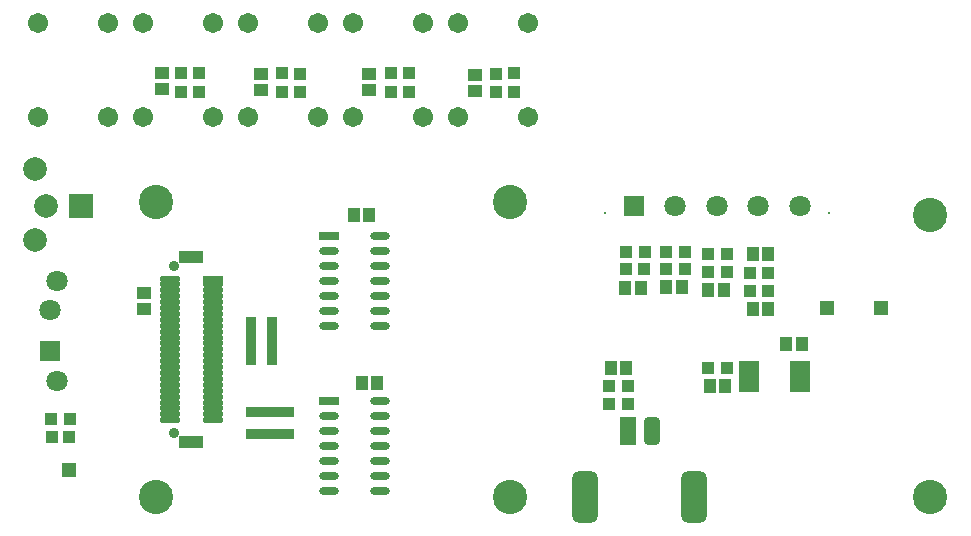
<source format=gts>
G04*
G04 #@! TF.GenerationSoftware,Altium Limited,Altium Designer,20.0.9 (164)*
G04*
G04 Layer_Color=8388736*
%FSLAX25Y25*%
%MOIN*%
G70*
G01*
G75*
%ADD33R,0.04737X0.04737*%
%ADD34R,0.04143X0.04537*%
%ADD35R,0.04147X0.04147*%
%ADD36R,0.04147X0.04147*%
%ADD37R,0.04537X0.04143*%
%ADD38R,0.06509X0.02572*%
G04:AMPARAMS|DCode=39|XSize=86.74mil|YSize=173.35mil|CornerRadius=23.68mil|HoleSize=0mil|Usage=FLASHONLY|Rotation=0.000|XOffset=0mil|YOffset=0mil|HoleType=Round|Shape=RoundedRectangle|*
%AMROUNDEDRECTD39*
21,1,0.08674,0.12598,0,0,0.0*
21,1,0.03937,0.17335,0,0,0.0*
1,1,0.04737,0.01968,-0.06299*
1,1,0.04737,-0.01968,-0.06299*
1,1,0.04737,-0.01968,0.06299*
1,1,0.04737,0.01968,0.06299*
%
%ADD39ROUNDEDRECTD39*%
%ADD40R,0.05524X0.09461*%
G04:AMPARAMS|DCode=41|XSize=55.24mil|YSize=94.61mil|CornerRadius=15.81mil|HoleSize=0mil|Usage=FLASHONLY|Rotation=0.000|XOffset=0mil|YOffset=0mil|HoleType=Round|Shape=RoundedRectangle|*
%AMROUNDEDRECTD41*
21,1,0.05524,0.06299,0,0,0.0*
21,1,0.02362,0.09461,0,0,0.0*
1,1,0.03162,0.01181,-0.03150*
1,1,0.03162,-0.01181,-0.03150*
1,1,0.03162,-0.01181,0.03150*
1,1,0.03162,0.01181,0.03150*
%
%ADD41ROUNDEDRECTD41*%
%ADD42R,0.03950X0.03950*%
%ADD43O,0.06509X0.02572*%
%ADD44R,0.02200X0.03800*%
%ADD45R,0.03800X0.02200*%
%ADD46R,0.07887X0.03950*%
%ADD47R,0.07099X0.01981*%
%ADD48O,0.07099X0.01981*%
%ADD49R,0.07887X0.07887*%
%ADD50C,0.07887*%
%ADD51R,0.07099X0.07099*%
%ADD52C,0.07099*%
%ADD53C,0.00800*%
%ADD54R,0.07099X0.07099*%
%ADD55C,0.11430*%
%ADD56C,0.06706*%
%ADD57C,0.03556*%
D33*
X287500Y75000D02*
D03*
X269500D02*
D03*
X17000Y21000D02*
D03*
D34*
X235315Y81000D02*
D03*
X230000D02*
D03*
X244685Y74575D02*
D03*
X250000D02*
D03*
X244685Y93000D02*
D03*
X250000D02*
D03*
X216000Y82000D02*
D03*
X221315D02*
D03*
X207575Y81575D02*
D03*
X202260D02*
D03*
X261315Y63000D02*
D03*
X256000D02*
D03*
X197343Y55000D02*
D03*
X202658D02*
D03*
X230343Y49000D02*
D03*
X235658D02*
D03*
X114342Y50000D02*
D03*
X119658D02*
D03*
X111685Y106000D02*
D03*
X117000D02*
D03*
D35*
X230000Y87000D02*
D03*
X236102D02*
D03*
X230000Y93000D02*
D03*
X236102D02*
D03*
X250000Y80575D02*
D03*
X243898D02*
D03*
X250000Y86575D02*
D03*
X243898D02*
D03*
X222102Y88000D02*
D03*
X216000D02*
D03*
X222051Y93500D02*
D03*
X215949D02*
D03*
X202449Y88000D02*
D03*
X208551D02*
D03*
X202575Y93575D02*
D03*
X208677D02*
D03*
X203051Y49000D02*
D03*
X196949D02*
D03*
X203051Y43000D02*
D03*
X196949D02*
D03*
X236051Y55000D02*
D03*
X229949D02*
D03*
X17051Y38000D02*
D03*
X10949D02*
D03*
D36*
X165110Y147000D02*
D03*
Y153102D02*
D03*
X159110Y146898D02*
D03*
Y153000D02*
D03*
X130110Y147000D02*
D03*
Y153102D02*
D03*
X124110Y147000D02*
D03*
Y153102D02*
D03*
X94000Y146898D02*
D03*
Y153000D02*
D03*
X88000Y147000D02*
D03*
Y153102D02*
D03*
X60047Y147000D02*
D03*
Y153102D02*
D03*
X54047Y147000D02*
D03*
Y153102D02*
D03*
D37*
X152110Y147343D02*
D03*
Y152657D02*
D03*
X117000Y147685D02*
D03*
Y153000D02*
D03*
X81000Y147685D02*
D03*
Y153000D02*
D03*
X48000Y148000D02*
D03*
Y153315D02*
D03*
X42000Y74685D02*
D03*
Y80000D02*
D03*
D38*
X260661Y48130D02*
D03*
Y50689D02*
D03*
Y53248D02*
D03*
Y55807D02*
D03*
X243339Y48130D02*
D03*
Y50689D02*
D03*
Y53248D02*
D03*
Y55807D02*
D03*
X103339Y44000D02*
D03*
Y99000D02*
D03*
D39*
X225220Y12000D02*
D03*
X189000D02*
D03*
D40*
X203173Y33968D02*
D03*
D41*
X211047D02*
D03*
D42*
X11095Y32000D02*
D03*
X17000D02*
D03*
D43*
X120662Y14000D02*
D03*
Y19000D02*
D03*
Y24000D02*
D03*
Y29000D02*
D03*
Y34000D02*
D03*
Y39000D02*
D03*
Y44000D02*
D03*
X103339Y14000D02*
D03*
Y19000D02*
D03*
Y24000D02*
D03*
Y29000D02*
D03*
Y34000D02*
D03*
Y39000D02*
D03*
X120662Y69000D02*
D03*
Y74000D02*
D03*
Y79000D02*
D03*
Y84000D02*
D03*
Y89000D02*
D03*
Y94000D02*
D03*
Y99000D02*
D03*
X103339Y69000D02*
D03*
Y74000D02*
D03*
Y79000D02*
D03*
Y84000D02*
D03*
Y89000D02*
D03*
Y94000D02*
D03*
D44*
X77000Y40300D02*
D03*
X79000D02*
D03*
X81000D02*
D03*
X83000D02*
D03*
X85000D02*
D03*
X87000D02*
D03*
X89000D02*
D03*
X91000D02*
D03*
Y33000D02*
D03*
X89000D02*
D03*
X87000D02*
D03*
X85000D02*
D03*
X83000D02*
D03*
X81000D02*
D03*
X79000D02*
D03*
X77000D02*
D03*
D45*
X77350Y57000D02*
D03*
Y59000D02*
D03*
Y61000D02*
D03*
Y63000D02*
D03*
Y65000D02*
D03*
Y67000D02*
D03*
Y69000D02*
D03*
Y71000D02*
D03*
X84650D02*
D03*
Y69000D02*
D03*
Y67000D02*
D03*
Y65000D02*
D03*
Y63000D02*
D03*
Y61000D02*
D03*
Y59000D02*
D03*
Y57000D02*
D03*
D46*
X57653Y30347D02*
D03*
Y91764D02*
D03*
D47*
X64740Y84677D02*
D03*
D48*
Y82709D02*
D03*
Y80740D02*
D03*
Y78772D02*
D03*
Y76803D02*
D03*
Y74835D02*
D03*
Y72866D02*
D03*
Y70898D02*
D03*
Y68929D02*
D03*
Y66961D02*
D03*
Y64992D02*
D03*
Y63024D02*
D03*
Y61055D02*
D03*
Y59087D02*
D03*
Y57118D02*
D03*
Y55150D02*
D03*
Y53181D02*
D03*
Y51213D02*
D03*
Y49244D02*
D03*
Y47276D02*
D03*
Y45307D02*
D03*
Y43339D02*
D03*
Y41370D02*
D03*
Y39402D02*
D03*
Y37433D02*
D03*
X50567D02*
D03*
Y39402D02*
D03*
Y41370D02*
D03*
Y43339D02*
D03*
Y45307D02*
D03*
Y47276D02*
D03*
Y49244D02*
D03*
Y51213D02*
D03*
Y53181D02*
D03*
Y55150D02*
D03*
Y57118D02*
D03*
Y59087D02*
D03*
Y61055D02*
D03*
Y63024D02*
D03*
Y64992D02*
D03*
Y66961D02*
D03*
Y68929D02*
D03*
Y70898D02*
D03*
Y72866D02*
D03*
Y74835D02*
D03*
Y76803D02*
D03*
Y78772D02*
D03*
Y80740D02*
D03*
Y82709D02*
D03*
Y84677D02*
D03*
D49*
X21000Y109000D02*
D03*
D50*
X9189D02*
D03*
X5488Y97583D02*
D03*
Y121205D02*
D03*
D51*
X10520Y60378D02*
D03*
D52*
Y74158D02*
D03*
X13000Y50535D02*
D03*
Y84000D02*
D03*
X260339Y109000D02*
D03*
X246559D02*
D03*
X232780D02*
D03*
X219000D02*
D03*
D53*
X270181Y106520D02*
D03*
X195378D02*
D03*
D54*
X205221Y109000D02*
D03*
D55*
X304000Y12000D02*
D03*
Y106000D02*
D03*
X45842Y110268D02*
D03*
X163953D02*
D03*
Y11842D02*
D03*
X45842D02*
D03*
D56*
X170000Y138504D02*
D03*
X146378D02*
D03*
Y170000D02*
D03*
X170000D02*
D03*
X135000Y138504D02*
D03*
X111378D02*
D03*
Y170000D02*
D03*
X135000D02*
D03*
X100000Y138504D02*
D03*
X76378D02*
D03*
Y170000D02*
D03*
X100000D02*
D03*
X65000Y138504D02*
D03*
X41378D02*
D03*
Y170000D02*
D03*
X65000D02*
D03*
X30000Y138504D02*
D03*
X6378D02*
D03*
Y170000D02*
D03*
X30000D02*
D03*
D57*
X51748Y33299D02*
D03*
Y88811D02*
D03*
M02*

</source>
